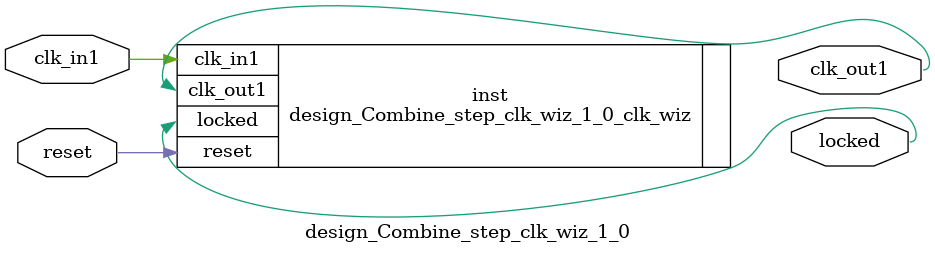
<source format=v>


`timescale 1ps/1ps

(* CORE_GENERATION_INFO = "design_Combine_step_clk_wiz_1_0,clk_wiz_v6_0_5_0_0,{component_name=design_Combine_step_clk_wiz_1_0,use_phase_alignment=true,use_min_o_jitter=false,use_max_i_jitter=false,use_dyn_phase_shift=false,use_inclk_switchover=false,use_dyn_reconfig=false,enable_axi=0,feedback_source=FDBK_AUTO,PRIMITIVE=MMCM,num_out_clk=1,clkin1_period=10.000,clkin2_period=10.000,use_power_down=false,use_reset=true,use_locked=true,use_inclk_stopped=false,feedback_type=SINGLE,CLOCK_MGR_TYPE=NA,manual_override=false}" *)

module design_Combine_step_clk_wiz_1_0 
 (
  // Clock out ports
  output        clk_out1,
  // Status and control signals
  input         reset,
  output        locked,
 // Clock in ports
  input         clk_in1
 );

  design_Combine_step_clk_wiz_1_0_clk_wiz inst
  (
  // Clock out ports  
  .clk_out1(clk_out1),
  // Status and control signals               
  .reset(reset), 
  .locked(locked),
 // Clock in ports
  .clk_in1(clk_in1)
  );

endmodule

</source>
